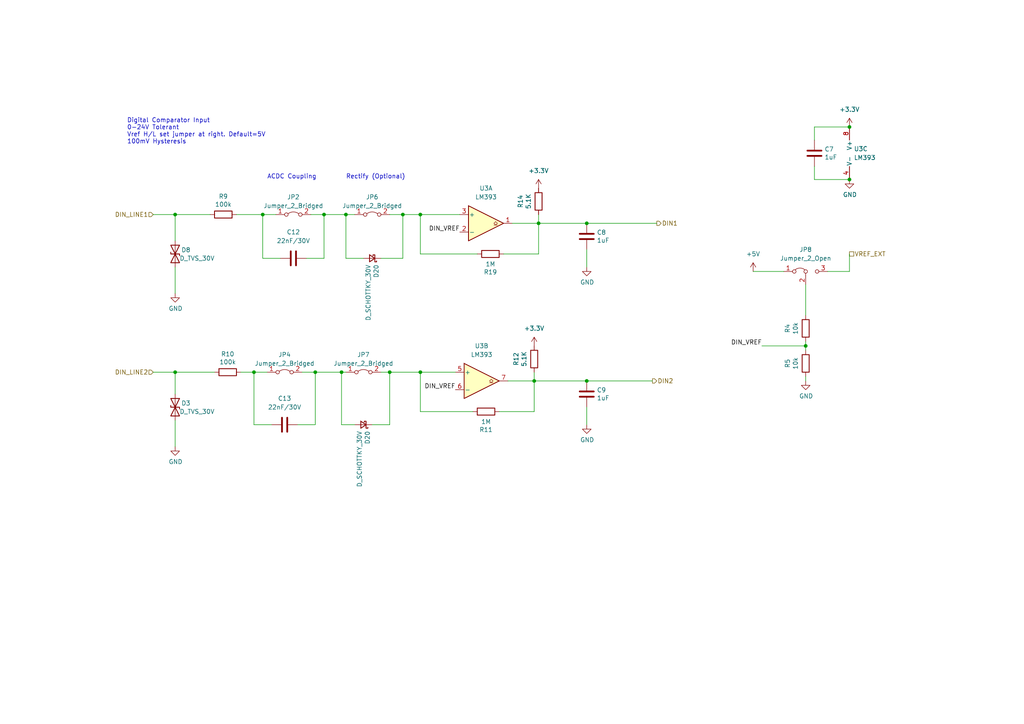
<source format=kicad_sch>
(kicad_sch (version 20230121) (generator eeschema)
  (paper "A4")
  (lib_symbols
    (symbol "Comparator:LM393" (pin_names (offset 0.127))
      (property "Reference" "U" (at 3.81 3.81 0))
      (property "Value" "LM393" (at 6.35 -3.81 0))
      (symbol "LM393_1_1"
        (polyline (pts (xy -5.08 5.08) (xy 5.08 0) (xy -5.08 -5.08) (xy -5.08 5.08)) (stroke (width 0.254)) (fill (type background)))
        (polyline (pts (xy 3.302 -0.508) (xy 2.794 -0.508) (xy 3.302 0) (xy 2.794 0.508) (xy 2.286 0) (xy 2.794 -0.508) (xy 2.286 -0.508)) (stroke (width 0.127)))
        (pin open_collector line (at 7.62 0 180) (length 2.54) (name "~") (number "1"))
        (pin input line (at -7.62 -2.54 0) (length 2.54) (name "-") (number "2"))
        (pin input line (at -7.62 2.54 0) (length 2.54) (name "+") (number "3"))
      )
      (symbol "LM393_2_1"
        (polyline (pts (xy -5.08 5.08) (xy 5.08 0) (xy -5.08 -5.08) (xy -5.08 5.08)) (stroke (width 0.254)) (fill (type background)))
        (polyline (pts (xy 3.302 -0.508) (xy 2.794 -0.508) (xy 3.302 0) (xy 2.794 0.508) (xy 2.286 0) (xy 2.794 -0.508) (xy 2.286 -0.508)) (stroke (width 0.127)))
        (pin input line (at -7.62 2.54 0) (length 2.54) (name "+") (number "5"))
        (pin input line (at -7.62 -2.54 0) (length 2.54) (name "-") (number "6"))
        (pin open_collector line (at 7.62 0 180) (length 2.54) (name "~") (number "7"))
      )
      (symbol "LM393_3_1"
        (pin power_in line (at -2.54 -7.62 90) (length 3.81) (name "V-") (number "4"))
        (pin power_in line (at -2.54 7.62 270) (length 3.81) (name "V+") (number "8"))
      )
    )
    (symbol "Device:C" (pin_numbers hide) (pin_names (offset 0.254))
      (property "Reference" "C" (at 0.635 2.54 0))
      (property "Value" "C" (at 0.635 -2.54 0))
      (symbol "C_0_1"
        (polyline (pts (xy -2.032 -0.762) (xy 2.032 -0.762)) (stroke (width 0.508)))
        (polyline (pts (xy -2.032 0.762) (xy 2.032 0.762)) (stroke (width 0.508)))
      )
      (symbol "C_1_1"
        (pin passive line (at 0 3.81 270) (length 2.794) (name "~") (number "1"))
        (pin passive line (at 0 -3.81 90) (length 2.794) (name "~") (number "2"))
      )
    )
    (symbol "Device:D_Schottky_Small" (pin_numbers hide) (pin_names (offset 0.254) hide)
      (property "Reference" "D" (at -1.27 2.032 0))
      (property "Value" "D_Schottky_Small" (at -7.112 -2.032 0))
      (symbol "D_Schottky_Small_0_1"
        (polyline (pts (xy -0.762 0) (xy 0.762 0)))
        (polyline (pts (xy 0.762 -1.016) (xy -0.762 0) (xy 0.762 1.016) (xy 0.762 -1.016)) (stroke (width 0.254)))
        (polyline (pts (xy -1.27 0.762) (xy -1.27 1.016) (xy -0.762 1.016) (xy -0.762 -1.016) (xy -0.254 -1.016) (xy -0.254 -0.762)) (stroke (width 0.254)))
      )
      (symbol "D_Schottky_Small_1_1"
        (pin passive line (at -2.54 0 0) (length 1.778) (name "K") (number "1"))
        (pin passive line (at 2.54 0 180) (length 1.778) (name "A") (number "2"))
      )
    )
    (symbol "Device:D_TVS" (pin_numbers hide) (pin_names (offset 1.016) hide)
      (property "Reference" "D" (at 0 2.54 0))
      (property "Value" "D_TVS" (at 0 -2.54 0))
      (symbol "D_TVS_0_1"
        (polyline (pts (xy 1.27 0) (xy -1.27 0)))
        (polyline (pts (xy 0.508 1.27) (xy 0 1.27) (xy 0 -1.27) (xy -0.508 -1.27)) (stroke (width 0.254)))
        (polyline (pts (xy -2.54 1.27) (xy -2.54 -1.27) (xy 2.54 1.27) (xy 2.54 -1.27) (xy -2.54 1.27)) (stroke (width 0.254)))
      )
      (symbol "D_TVS_1_1"
        (pin passive line (at -3.81 0 0) (length 2.54) (name "A1") (number "1"))
        (pin passive line (at 3.81 0 180) (length 2.54) (name "A2") (number "2"))
      )
    )
    (symbol "Device:R" (pin_numbers hide) (pin_names (offset 0))
      (property "Reference" "R" (at 2.032 0 90))
      (property "Value" "R" (at 0 0 90))
      (symbol "R_0_1"
        (rectangle (start -1.016 -2.54) (end 1.016 2.54) (stroke (width 0.254)))
      )
      (symbol "R_1_1"
        (pin passive line (at 0 3.81 270) (length 1.27) (name "~") (number "1"))
        (pin passive line (at 0 -3.81 90) (length 1.27) (name "~") (number "2"))
      )
    )
    (symbol "Jumper:Jumper_2_Bridged" (pin_names (offset 0) hide)
      (property "Reference" "JP" (at 0 1.905 0))
      (property "Value" "Jumper_2_Bridged" (at 0 -2.54 0))
      (symbol "Jumper_2_Bridged_0_0"
        (circle (center -2.032 0) (radius 0.508))
        (circle (center 2.032 0) (radius 0.508))
      )
      (symbol "Jumper_2_Bridged_0_1"
        (arc (start 1.524 0.254) (mid 0 0.762) (end -1.524 0.254))
      )
      (symbol "Jumper_2_Bridged_1_1"
        (pin passive line (at -5.08 0 0) (length 2.54) (name "A") (number "1"))
        (pin passive line (at 5.08 0 180) (length 2.54) (name "B") (number "2"))
      )
    )
    (symbol "Jumper:Jumper_3_Bridged12" (pin_names (offset 0) hide)
      (property "Reference" "JP" (at -2.54 -2.54 0))
      (property "Value" "Jumper_3_Bridged12" (at 0 2.794 0))
      (symbol "Jumper_3_Bridged12_0_0"
        (circle (center -3.302 0) (radius 0.508))
        (circle (center 0 0) (radius 0.508))
        (circle (center 3.302 0) (radius 0.508))
      )
      (symbol "Jumper_3_Bridged12_0_1"
        (arc (start -0.254 0.508) (mid -1.651 0.9912) (end -3.048 0.508))
        (polyline (pts (xy 0 -1.27) (xy 0 -0.508)))
      )
      (symbol "Jumper_3_Bridged12_1_1"
        (pin passive line (at -6.35 0 0) (length 2.54) (name "A") (number "1"))
        (pin passive line (at 0 -3.81 90) (length 2.54) (name "C") (number "2"))
        (pin passive line (at 6.35 0 180) (length 2.54) (name "B") (number "3"))
      )
    )
    (symbol "power:+3.3V" (power) (pin_names (offset 0))
      (property "Value" "+3.3V" (at 0 3.556 0))
      (symbol "+3.3V_0_1"
        (polyline (pts (xy -0.762 1.27) (xy 0 2.54)))
        (polyline (pts (xy 0 0) (xy 0 2.54)))
        (polyline (pts (xy 0 2.54) (xy 0.762 1.27)))
      )
      (symbol "+3.3V_1_1"
        (pin power_in line (at 0 0 90) (length 0) hide (name "+3.3V") (number "1"))
      )
    )
    (symbol "power:+5V" (power) (pin_names (offset 0))
      (property "Value" "+5V" (at 0 3.556 0))
      (symbol "+5V_0_1"
        (polyline (pts (xy -0.762 1.27) (xy 0 2.54)))
        (polyline (pts (xy 0 0) (xy 0 2.54)))
        (polyline (pts (xy 0 2.54) (xy 0.762 1.27)))
      )
      (symbol "+5V_1_1"
        (pin power_in line (at 0 0 90) (length 0) hide (name "+5V") (number "1"))
      )
    )
    (symbol "power:GND" (power) (pin_names (offset 0))
      (property "Value" "GND" (at 0 -3.81 0))
      (symbol "GND_0_1"
        (polyline (pts (xy 0 0) (xy 0 -1.27) (xy 1.27 -1.27) (xy 0 -2.54) (xy -1.27 -1.27) (xy 0 -1.27)))
      )
      (symbol "GND_1_1"
        (pin power_in line (at 0 0 270) (length 0) hide (name "GND") (number "1"))
      )
    )
  )
  (junction (at 73.66 107.95))
  (junction (at 91.44 107.95))
  (junction (at 76.2 62.23))
  (junction (at 50.8 107.95))
  (junction (at 246.38 52.07))
  (junction (at 246.38 36.83))
  (junction (at 170.18 110.49))
  (junction (at 154.94 110.49))
  (junction (at 93.98 62.23))
  (junction (at 50.8 62.23))
  (junction (at 121.92 62.23))
  (junction (at 100.33 62.23))
  (junction (at 121.92 107.95))
  (junction (at 99.06 107.95))
  (junction (at 170.18 64.77))
  (junction (at 156.21 64.77))
  (junction (at 116.84 62.23))
  (junction (at 113.03 107.95))
  (junction (at 233.68 100.33))
  (wire (pts (xy 99.06 123.19) (xy 99.06 107.95)))
  (wire (pts (xy 87.63 107.95) (xy 91.44 107.95)))
  (wire (pts (xy 236.22 52.07) (xy 246.38 52.07)))
  (wire (pts (xy 44.45 107.95) (xy 50.8 107.95)))
  (wire (pts (xy 121.92 73.66) (xy 121.92 62.23)))
  (wire (pts (xy 88.9 74.93) (xy 93.98 74.93)))
  (wire (pts (xy 50.8 107.95) (xy 62.23 107.95)))
  (wire (pts (xy 86.36 123.19) (xy 91.44 123.19)))
  (wire (pts (xy 233.68 100.33) (xy 233.68 99.06)))
  (wire (pts (xy 110.49 107.95) (xy 113.03 107.95)))
  (wire (pts (xy 100.33 74.93) (xy 100.33 62.23)))
  (wire (pts (xy 102.87 123.19) (xy 99.06 123.19)))
  (wire (pts (xy 246.38 78.74) (xy 240.03 78.74)))
  (wire (pts (xy 156.21 64.77) (xy 170.18 64.77)))
  (wire (pts (xy 110.49 74.93) (xy 116.84 74.93)))
  (wire (pts (xy 236.22 36.83) (xy 246.38 36.83)))
  (wire (pts (xy 121.92 119.38) (xy 121.92 107.95)))
  (wire (pts (xy 91.44 107.95) (xy 99.06 107.95)))
  (wire (pts (xy 154.94 119.38) (xy 154.94 110.49)))
  (wire (pts (xy 93.98 62.23) (xy 100.33 62.23)))
  (wire (pts (xy 69.85 107.95) (xy 73.66 107.95)))
  (wire (pts (xy 100.33 62.23) (xy 102.87 62.23)))
  (wire (pts (xy 91.44 107.95) (xy 91.44 123.19)))
  (wire (pts (xy 73.66 123.19) (xy 73.66 107.95)))
  (wire (pts (xy 156.21 73.66) (xy 156.21 64.77)))
  (wire (pts (xy 246.38 73.66) (xy 246.38 78.74)))
  (wire (pts (xy 236.22 40.64) (xy 236.22 36.83)))
  (wire (pts (xy 148.59 64.77) (xy 156.21 64.77)))
  (wire (pts (xy 44.45 62.23) (xy 50.8 62.23)))
  (wire (pts (xy 105.41 74.93) (xy 100.33 74.93)))
  (wire (pts (xy 170.18 110.49) (xy 189.23 110.49)))
  (wire (pts (xy 113.03 123.19) (xy 113.03 107.95)))
  (wire (pts (xy 93.98 62.23) (xy 93.98 74.93)))
  (wire (pts (xy 154.94 107.95) (xy 154.94 110.49)))
  (wire (pts (xy 50.8 62.23) (xy 60.96 62.23)))
  (wire (pts (xy 78.74 123.19) (xy 73.66 123.19)))
  (wire (pts (xy 146.05 73.66) (xy 156.21 73.66)))
  (wire (pts (xy 147.32 110.49) (xy 154.94 110.49)))
  (wire (pts (xy 170.18 72.39) (xy 170.18 77.47)))
  (wire (pts (xy 121.92 107.95) (xy 132.08 107.95)))
  (wire (pts (xy 68.58 62.23) (xy 76.2 62.23)))
  (wire (pts (xy 99.06 107.95) (xy 100.33 107.95)))
  (wire (pts (xy 50.8 114.3) (xy 50.8 107.95)))
  (wire (pts (xy 107.95 123.19) (xy 113.03 123.19)))
  (wire (pts (xy 170.18 118.11) (xy 170.18 123.19)))
  (wire (pts (xy 170.18 64.77) (xy 190.5 64.77)))
  (wire (pts (xy 154.94 110.49) (xy 170.18 110.49)))
  (wire (pts (xy 76.2 74.93) (xy 76.2 62.23)))
  (wire (pts (xy 144.78 119.38) (xy 154.94 119.38)))
  (wire (pts (xy 76.2 62.23) (xy 80.01 62.23)))
  (wire (pts (xy 81.28 74.93) (xy 76.2 74.93)))
  (wire (pts (xy 137.16 119.38) (xy 121.92 119.38)))
  (wire (pts (xy 50.8 121.92) (xy 50.8 129.54)))
  (wire (pts (xy 116.84 74.93) (xy 116.84 62.23)))
  (wire (pts (xy 90.17 62.23) (xy 93.98 62.23)))
  (wire (pts (xy 220.98 100.33) (xy 233.68 100.33)))
  (wire (pts (xy 233.68 110.49) (xy 233.68 109.22)))
  (wire (pts (xy 138.43 73.66) (xy 121.92 73.66)))
  (wire (pts (xy 116.84 62.23) (xy 121.92 62.23)))
  (wire (pts (xy 113.03 62.23) (xy 116.84 62.23)))
  (wire (pts (xy 236.22 48.26) (xy 236.22 52.07)))
  (wire (pts (xy 50.8 77.47) (xy 50.8 85.09)))
  (wire (pts (xy 218.44 78.74) (xy 227.33 78.74)))
  (wire (pts (xy 73.66 107.95) (xy 77.47 107.95)))
  (wire (pts (xy 233.68 82.55) (xy 233.68 91.44)))
  (wire (pts (xy 156.21 62.23) (xy 156.21 64.77)))
  (wire (pts (xy 50.8 69.85) (xy 50.8 62.23)))
  (wire (pts (xy 113.03 107.95) (xy 121.92 107.95)))
  (wire (pts (xy 233.68 101.6) (xy 233.68 100.33)))
  (wire (pts (xy 121.92 62.23) (xy 133.35 62.23)))
  (text "Rectify (Optional)" (at 100.33 52.07 0) (effects (font (size 1.27 1.27)) (justify left bottom)))
  (text "ACDC Coupling" (at 77.47 52.07 0) (effects (font (size 1.27 1.27)) (justify left bottom)))
  (text "Digital Comparator Input\n0-24V Tolerant\nVref H/L set jumper at right. Default=5V\n100mV Hysteresis\n" (at 36.83 41.91 0) (effects (font (size 1.27 1.27)) (justify left bottom)))
  (label "DIN_VREF" (at 133.35 67.31 180))
  (label "DIN_VREF" (at 220.98 100.33 180))
  (label "DIN_VREF" (at 132.08 113.03 180))
  (hierarchical_label "DIN_LINE1" (shape input) (at 44.45 62.23 180))
  (hierarchical_label "DIN1" (shape output) (at 190.5 64.77 0))
  (hierarchical_label "DIN2" (shape output) (at 189.23 110.49 0))
  (hierarchical_label "VREF_EXT" (shape passive) (at 246.38 73.66 0))
  (hierarchical_label "DIN_LINE2" (shape input) (at 44.45 107.95 180))
  (symbol (lib_id "power:GND") (at 170.18 123.19 0) (unit 1)
    (property "Reference" "#PWR036" (effects hide))
    (property "Value" "GND" (at 170.307 127.5842 0))
  )
  (symbol (lib_id "Device:R") (at 233.68 95.25 0) (unit 1)
    (property "Reference" "R4" (at 228.4222 95.25 90))
    (property "Value" "10k" (at 230.7336 95.25 90))
    (property "Footprint" "Resistor_SMD:R_0805_2012Metric" (effects hide))
    (property "LCSC" "C25803" (effects hide))
    (property "Cost" "0.0011" (effects hide))
    (property "Part" "0603WAF1003T5E" (effects hide))
  )
  (symbol (lib_id "power:+3.3V") (at 246.38 36.83 0) (unit 1)
    (property "Reference" "#PWR030" (effects hide))
    (property "Value" "+3.3V" (at 246.38 31.75 0))
  )
  (symbol (lib_id "Device:R") (at 154.94 104.14 0) (unit 1)
    (property "Reference" "R12" (at 149.6822 104.14 90))
    (property "Value" "5.1K" (at 151.9936 104.14 90))
    (property "Footprint" "Resistor_SMD:R_0805_2012Metric" (effects hide))
    (property "LCSC" "C25803" (effects hide))
    (property "Cost" "0.0011" (effects hide))
    (property "Part" "0603WAF1003T5E" (effects hide))
  )
  (symbol (lib_id "power:+5V") (at 218.44 78.74 0) (unit 1)
    (property "Reference" "#PWR025" (effects hide))
    (property "Value" "+5V" (at 218.44 73.66 0))
  )
  (symbol (lib_id "Jumper:Jumper_2_Bridged") (at 82.55 107.95 0) (unit 1)
    (property "Reference" "JP4" (at 82.55 102.87 0))
    (property "Value" "Jumper_2_Bridged" (at 82.55 105.41 0))
    (property "Footprint" "Connector_PinHeader_2.54mm:PinHeader_1x02_P2.54mm_Vertical" (effects hide))
  )
  (symbol (lib_id "power:+3.3V") (at 154.94 100.33 0) (unit 1)
    (property "Reference" "#PWR035" (effects hide))
    (property "Value" "+3.3V" (at 154.94 95.25 0))
  )
  (symbol (lib_id "Device:R") (at 64.77 62.23 270) (unit 1)
    (property "Reference" "R9" (at 64.77 56.9722 90))
    (property "Value" "100k" (at 64.77 59.2836 90))
    (property "Footprint" "Resistor_SMD:R_0805_2012Metric" (effects hide))
    (property "LCSC" "C25803" (effects hide))
    (property "Cost" "0.0011" (effects hide))
    (property "Part" "0603WAF1003T5E" (effects hide))
  )
  (symbol (lib_id "Comparator:LM393") (at 139.7 110.49 0) (unit 2)
    (property "Reference" "U3" (at 139.7 100.33 0))
    (property "Value" "LM393" (at 139.7 102.87 0))
    (property "Footprint" "Package_SO:SOP-8_3.9x4.9mm_P1.27mm" (effects hide))
    (property "Datasheet" "http://www.ti.com/lit/ds/symlink/lm393.pdf" (effects hide))
  )
  (symbol (lib_id "Device:C") (at 236.22 44.45 0) (unit 1)
    (property "Reference" "C7" (at 239.141 43.2816 0) (effects (justify left)))
    (property "Value" "1uF" (at 239.141 45.593 0) (effects (justify left)))
    (property "Footprint" "Capacitor_SMD:C_0805_2012Metric" (effects hide))
    (property "LCSC" "C19702" (effects hide))
    (property "Cost" "0.0031" (effects hide))
    (property "Part" "CL10A106KP8NNNC" (effects hide))
  )
  (symbol (lib_id "Device:R") (at 142.24 73.66 90) (unit 1)
    (property "Reference" "R19" (at 142.24 78.9178 90))
    (property "Value" "1M" (at 142.24 76.6064 90))
    (property "Footprint" "Resistor_SMD:R_0805_2012Metric" (effects hide))
    (property "LCSC" "C25803" (effects hide))
    (property "Cost" "0.0011" (effects hide))
    (property "Part" "0603WAF1003T5E" (effects hide))
  )
  (symbol (lib_id "Jumper:Jumper_3_Bridged12") (at 233.68 78.74 0) (unit 1)
    (property "Reference" "JP8" (at 233.68 72.39 0))
    (property "Value" "Jumper_2_Open" (at 233.68 74.93 0))
    (property "Footprint" "Connector_PinHeader_2.54mm:PinHeader_1x03_P2.54mm_Vertical" (effects hide))
  )
  (symbol (lib_id "Device:C") (at 170.18 114.3 0) (unit 1)
    (property "Reference" "C9" (at 173.101 113.1316 0) (effects (justify left)))
    (property "Value" "1uF" (at 173.101 115.443 0) (effects (justify left)))
    (property "Footprint" "Capacitor_SMD:C_0805_2012Metric" (effects hide))
    (property "LCSC" "C19702" (effects hide))
    (property "Cost" "0.0031" (effects hide))
    (property "Part" "CL10A106KP8NNNC" (effects hide))
  )
  (symbol (lib_id "Device:C") (at 170.18 68.58 0) (unit 1)
    (property "Reference" "C8" (at 173.101 67.4116 0) (effects (justify left)))
    (property "Value" "1uF" (at 173.101 69.723 0) (effects (justify left)))
    (property "Footprint" "Capacitor_SMD:C_0805_2012Metric" (effects hide))
    (property "LCSC" "C19702" (effects hide))
    (property "Cost" "0.0031" (effects hide))
    (property "Part" "CL10A106KP8NNNC" (effects hide))
  )
  (symbol (lib_id "Device:D_TVS") (at 50.8 118.11 270) (unit 1)
    (property "Reference" "D3" (at 52.578 116.9416 90) (effects (justify left)))
    (property "Value" "D_TVS_30V" (at 52.07 119.38 90) (effects (justify left)))
    (property "Footprint" "Diode_SMD:D_SMB" (effects hide))
    (property "LCSC" "C8598" (effects hide))
    (property "Part" "B5819W SL" (effects hide))
    (property "Cost" "0.0297" (effects hide))
  )
  (symbol (lib_id "power:+3.3V") (at 156.21 54.61 0) (unit 1)
    (property "Reference" "#PWR038" (effects hide))
    (property "Value" "+3.3V" (at 156.21 49.53 0))
  )
  (symbol (lib_id "power:GND") (at 233.68 110.49 0) (unit 1)
    (property "Reference" "#PWR05" (effects hide))
    (property "Value" "GND" (at 233.807 114.8842 0))
  )
  (symbol (lib_id "Jumper:Jumper_2_Bridged") (at 105.41 107.95 0) (unit 1)
    (property "Reference" "JP7" (at 105.41 102.87 0))
    (property "Value" "Jumper_2_Bridged" (at 105.41 105.41 0))
    (property "Footprint" "Connector_PinHeader_2.54mm:PinHeader_1x02_P2.54mm_Vertical" (effects hide))
  )
  (symbol (lib_id "Device:C") (at 82.55 123.19 270) (unit 1)
    (property "Reference" "C13" (at 82.55 115.57 90))
    (property "Value" "22nF/30V" (at 82.55 118.11 90))
    (property "Footprint" "Capacitor_SMD:C_0805_2012Metric" (effects hide))
  )
  (symbol (lib_id "Comparator:LM393") (at 140.97 64.77 0) (unit 1)
    (property "Reference" "U3" (at 140.97 54.61 0))
    (property "Value" "LM393" (at 140.97 57.15 0))
    (property "Footprint" "Package_SO:SOP-8_3.9x4.9mm_P1.27mm" (effects hide))
    (property "Datasheet" "http://www.ti.com/lit/ds/symlink/lm393.pdf" (effects hide))
  )
  (symbol (lib_id "Device:D_Schottky_Small") (at 107.95 74.93 180) (unit 1)
    (property "Reference" "D20" (at 109.1184 76.708 90) (effects (justify left)))
    (property "Value" "D_SCHOTTKY_30V" (at 106.807 76.708 90) (effects (justify left)))
    (property "Footprint" "Diode_SMD:D_SOD-123" (effects hide))
    (property "LCSC" "C8598" (effects hide))
    (property "Part" "B5819W SL" (effects hide))
    (property "Cost" "0.0297" (effects hide))
    (instances (project "esp32-multitool" (path "" (reference "D20") (unit 1)) (path "" (reference "D1") (unit 1))))
  )
  (symbol (lib_id "Device:D_TVS") (at 50.8 73.66 270) (unit 1)
    (property "Reference" "D8" (at 52.578 72.4916 90) (effects (justify left)))
    (property "Value" "D_TVS_30V" (at 52.07 74.93 90) (effects (justify left)))
    (property "Footprint" "Diode_SMD:D_SMB" (effects hide))
    (property "LCSC" "C8598" (effects hide))
    (property "Part" "B5819W SL" (effects hide))
    (property "Cost" "0.0297" (effects hide))
  )
  (symbol (lib_id "Jumper:Jumper_2_Bridged") (at 107.95 62.23 0) (unit 1)
    (property "Reference" "JP6" (at 107.95 57.15 0))
    (property "Value" "Jumper_2_Bridged" (at 107.95 59.69 0))
    (property "Footprint" "Connector_PinHeader_2.54mm:PinHeader_1x02_P2.54mm_Vertical" (effects hide))
  )
  (symbol (lib_id "power:GND") (at 50.8 129.54 0) (unit 1)
    (property "Reference" "#PWR013" (effects hide))
    (property "Value" "GND" (at 50.927 133.9342 0))
  )
  (symbol (lib_id "Device:C") (at 85.09 74.93 270) (unit 1)
    (property "Reference" "C12" (at 85.09 67.31 90))
    (property "Value" "22nF/30V" (at 85.09 69.85 90))
    (property "Footprint" "Capacitor_SMD:C_0805_2012Metric" (effects hide))
  )
  (symbol (lib_id "Device:R") (at 233.68 105.41 0) (unit 1)
    (property "Reference" "R5" (at 228.4222 105.41 90))
    (property "Value" "10k" (at 230.7336 105.41 90))
    (property "Footprint" "Resistor_SMD:R_0805_2012Metric" (effects hide))
    (property "LCSC" "C25803" (effects hide))
    (property "Cost" "0.0011" (effects hide))
    (property "Part" "0603WAF1003T5E" (effects hide))
  )
  (symbol (lib_id "Jumper:Jumper_2_Bridged") (at 85.09 62.23 0) (unit 1)
    (property "Reference" "JP2" (at 85.09 57.15 0))
    (property "Value" "Jumper_2_Bridged" (at 85.09 59.69 0))
    (property "Footprint" "Connector_PinHeader_2.54mm:PinHeader_1x02_P2.54mm_Vertical" (effects hide))
  )
  (symbol (lib_id "Device:R") (at 156.21 58.42 0) (unit 1)
    (property "Reference" "R14" (at 150.9522 58.42 90))
    (property "Value" "5.1K" (at 153.2636 58.42 90))
    (property "Footprint" "Resistor_SMD:R_0805_2012Metric" (effects hide))
    (property "LCSC" "C25803" (effects hide))
    (property "Cost" "0.0011" (effects hide))
    (property "Part" "0603WAF1003T5E" (effects hide))
  )
  (symbol (lib_id "Device:D_Schottky_Small") (at 105.41 123.19 180) (unit 1)
    (property "Reference" "D20" (at 106.5784 124.968 90) (effects (justify left)))
    (property "Value" "D_SCHOTTKY_30V" (at 104.267 124.968 90) (effects (justify left)))
    (property "Footprint" "Diode_SMD:D_SOD-123" (effects hide))
    (property "LCSC" "C8598" (effects hide))
    (property "Part" "B5819W SL" (effects hide))
    (property "Cost" "0.0297" (effects hide))
    (instances (project "esp32-multitool" (path "" (reference "D20") (unit 1)) (path "" (reference "D2") (unit 1))))
  )
  (symbol (lib_id "power:GND") (at 246.38 52.07 0) (unit 1)
    (property "Reference" "#PWR032" (effects hide))
    (property "Value" "GND" (at 246.507 56.4642 0))
  )
  (symbol (lib_id "Comparator:LM393") (at 248.92 44.45 0) (unit 3)
    (property "Reference" "U3" (at 247.65 43.18 0) (effects (justify left)))
    (property "Value" "LM393" (at 247.65 45.72 0) (effects (justify left)))
    (property "Footprint" "Package_SO:SOP-8_3.9x4.9mm_P1.27mm" (effects hide))
    (property "Datasheet" "http://www.ti.com/lit/ds/symlink/lm393.pdf" (effects hide))
  )
  (symbol (lib_id "power:GND") (at 50.8 85.09 0) (unit 1)
    (property "Reference" "#PWR031" (effects hide))
    (property "Value" "GND" (at 50.927 89.4842 0))
  )
  (symbol (lib_id "power:GND") (at 170.18 77.47 0) (unit 1)
    (property "Reference" "#PWR037" (effects hide))
    (property "Value" "GND" (at 170.307 81.8642 0))
  )
  (symbol (lib_id "Device:R") (at 66.04 107.95 270) (unit 1)
    (property "Reference" "R10" (at 66.04 102.6922 90))
    (property "Value" "100k" (at 66.04 105.0036 90))
    (property "Footprint" "Resistor_SMD:R_0805_2012Metric" (effects hide))
    (property "LCSC" "C25803" (effects hide))
    (property "Cost" "0.0011" (effects hide))
    (property "Part" "0603WAF1003T5E" (effects hide))
  )
  (symbol (lib_id "Device:R") (at 140.97 119.38 90) (unit 1)
    (property "Reference" "R11" (at 140.97 124.6378 90))
    (property "Value" "1M" (at 140.97 122.3264 90))
    (property "Footprint" "Resistor_SMD:R_0805_2012Metric" (effects hide))
    (property "LCSC" "C25803" (effects hide))
    (property "Cost" "0.0011" (effects hide))
    (property "Part" "0603WAF1003T5E" (effects hide))
  )
)
</source>
